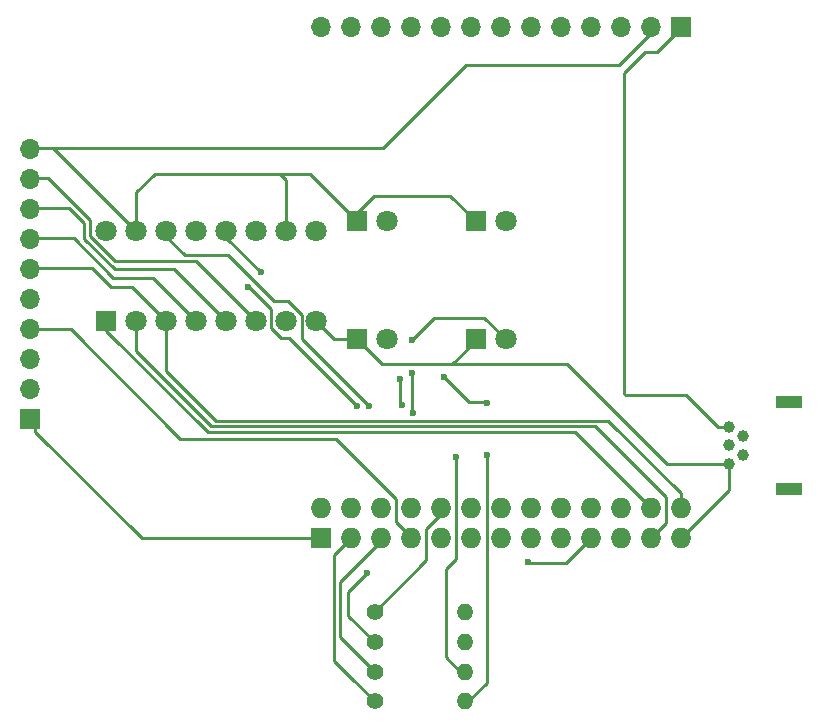
<source format=gbl>
G04 #@! TF.FileFunction,Copper,L2,Bot,Signal*
%FSLAX46Y46*%
G04 Gerber Fmt 4.6, Leading zero omitted, Abs format (unit mm)*
G04 Created by KiCad (PCBNEW 4.0.5-e0-6337~49~ubuntu16.04.1) date Wed Jan 25 22:29:53 2017*
%MOMM*%
%LPD*%
G01*
G04 APERTURE LIST*
%ADD10C,0.100000*%
%ADD11R,1.727200X1.727200*%
%ADD12O,1.727200X1.727200*%
%ADD13R,1.800000X1.800000*%
%ADD14C,1.800000*%
%ADD15C,1.400000*%
%ADD16O,1.400000X1.400000*%
%ADD17R,2.200000X1.000000*%
%ADD18C,1.000000*%
%ADD19R,1.700000X1.700000*%
%ADD20O,1.700000X1.700000*%
%ADD21C,0.600000*%
%ADD22C,0.250000*%
G04 APERTURE END LIST*
D10*
D11*
X150456900Y-117221000D03*
D12*
X150456900Y-114681000D03*
X152996900Y-117221000D03*
X152996900Y-114681000D03*
X155536900Y-117221000D03*
X155536900Y-114681000D03*
X158076900Y-117221000D03*
X158076900Y-114681000D03*
X160616900Y-117221000D03*
X160616900Y-114681000D03*
X163156900Y-117221000D03*
X163156900Y-114681000D03*
X165696900Y-117221000D03*
X165696900Y-114681000D03*
X168236900Y-117221000D03*
X168236900Y-114681000D03*
X170776900Y-117221000D03*
X170776900Y-114681000D03*
X173316900Y-117221000D03*
X173316900Y-114681000D03*
X175856900Y-117221000D03*
X175856900Y-114681000D03*
X178396900Y-117221000D03*
X178396900Y-114681000D03*
X180936900Y-117221000D03*
X180936900Y-114681000D03*
D13*
X132300000Y-98880000D03*
D14*
X134840000Y-98880000D03*
X139920000Y-98880000D03*
X142460000Y-98880000D03*
X145000000Y-98880000D03*
X147540000Y-98880000D03*
X150080000Y-98880000D03*
X150080000Y-91260000D03*
X147540000Y-91260000D03*
X145000000Y-91260000D03*
X142460000Y-91260000D03*
X139920000Y-91260000D03*
X137380000Y-91260000D03*
X134840000Y-91260000D03*
X132300000Y-91260000D03*
X137380000Y-98880000D03*
D15*
X155001200Y-123447200D03*
D16*
X162621200Y-123447200D03*
D15*
X155001200Y-126047200D03*
D16*
X162621200Y-126047200D03*
D15*
X155001200Y-131047200D03*
D16*
X162621200Y-131047200D03*
D15*
X155001200Y-128547200D03*
D16*
X162621200Y-128547200D03*
D17*
X190082800Y-113022400D03*
D18*
X185032800Y-107772400D03*
X186232800Y-108572400D03*
X185032800Y-109372400D03*
X186232800Y-110172400D03*
X185032800Y-110972400D03*
D17*
X190082800Y-105722400D03*
D13*
X153543200Y-90390000D03*
D14*
X156083200Y-90390000D03*
D13*
X163543200Y-90390000D03*
D14*
X166083200Y-90390000D03*
D13*
X163543200Y-100390000D03*
D14*
X166083200Y-100390000D03*
D13*
X153543200Y-100390000D03*
D14*
X156083200Y-100390000D03*
D19*
X125790000Y-107170000D03*
D20*
X125790000Y-104630000D03*
X125790000Y-102090000D03*
X125790000Y-99550000D03*
X125790000Y-97010000D03*
X125790000Y-94470000D03*
X125790000Y-91930000D03*
X125790000Y-89390000D03*
X125790000Y-86850000D03*
X125790000Y-84310000D03*
D19*
X180940000Y-73970000D03*
D20*
X178400000Y-73970000D03*
X175860000Y-73970000D03*
X173320000Y-73970000D03*
X170780000Y-73970000D03*
X168240000Y-73970000D03*
X165700000Y-73970000D03*
X163160000Y-73970000D03*
X160620000Y-73970000D03*
X158080000Y-73970000D03*
X155540000Y-73970000D03*
X153000000Y-73970000D03*
X150460000Y-73970000D03*
D21*
X167990000Y-119220000D03*
X153490000Y-106070000D03*
X144240000Y-95920000D03*
X145340000Y-94670000D03*
X154540000Y-106070000D03*
X164490000Y-105770000D03*
X160840000Y-103570000D03*
X154390000Y-120170000D03*
X161890000Y-110320000D03*
X158240000Y-106620000D03*
X158190000Y-103270000D03*
X158140000Y-100420000D03*
X164490000Y-110170000D03*
X157290000Y-105920000D03*
X157140000Y-103720000D03*
D22*
X185032800Y-110972400D02*
X179792400Y-110972400D01*
X171290000Y-102470000D02*
X161590000Y-102470000D01*
X179792400Y-110972400D02*
X171290000Y-102470000D01*
X153543200Y-100390000D02*
X151590000Y-100390000D01*
X151590000Y-100390000D02*
X150080000Y-98880000D01*
X163543200Y-100390000D02*
X163543200Y-100516800D01*
X163543200Y-100516800D02*
X161590000Y-102470000D01*
X155623200Y-102470000D02*
X153543200Y-100390000D01*
X161590000Y-102470000D02*
X155623200Y-102470000D01*
X153543200Y-90390000D02*
X153543200Y-89716800D01*
X153543200Y-89716800D02*
X154990000Y-88270000D01*
X161423200Y-88270000D02*
X163543200Y-90390000D01*
X154990000Y-88270000D02*
X161423200Y-88270000D01*
X147540000Y-91260000D02*
X147540000Y-86920000D01*
X147540000Y-86920000D02*
X146990000Y-86370000D01*
X134840000Y-91260000D02*
X134840000Y-87920000D01*
X149523200Y-86370000D02*
X153543200Y-90390000D01*
X136390000Y-86370000D02*
X146990000Y-86370000D01*
X146990000Y-86370000D02*
X149523200Y-86370000D01*
X134840000Y-87920000D02*
X136390000Y-86370000D01*
X127755600Y-84175600D02*
X134840000Y-91260000D01*
X185032800Y-110972400D02*
X185032800Y-113125100D01*
X185032800Y-113125100D02*
X180936900Y-117221000D01*
X126288800Y-84175600D02*
X127755600Y-84175600D01*
X155752800Y-84175600D02*
X126288800Y-84175600D01*
X162763200Y-77165200D02*
X155752800Y-84175600D01*
X175666400Y-77165200D02*
X162763200Y-77165200D01*
X178396900Y-74053700D02*
X178396900Y-74434700D01*
X178396900Y-74434700D02*
X175666400Y-77165200D01*
X126288800Y-107668800D02*
X126288800Y-108204000D01*
X126288800Y-108204000D02*
X135305800Y-117221000D01*
X135305800Y-117221000D02*
X150456900Y-117221000D01*
X126288800Y-107668800D02*
X125790000Y-107170000D01*
X150456900Y-117221000D02*
X150291800Y-117221000D01*
X158076900Y-117221000D02*
X158076900Y-117156900D01*
X158076900Y-117156900D02*
X156790000Y-115870000D01*
X129270000Y-99550000D02*
X125790000Y-99550000D01*
X138540000Y-108820000D02*
X129270000Y-99550000D01*
X151739998Y-108820000D02*
X138540000Y-108820000D01*
X156790000Y-113870002D02*
X151739998Y-108820000D01*
X156790000Y-115870000D02*
X156790000Y-113870002D01*
X171217900Y-119320000D02*
X173316900Y-117221000D01*
X168090000Y-119320000D02*
X171217900Y-119320000D01*
X167990000Y-119220000D02*
X168090000Y-119320000D01*
X153490000Y-106070000D02*
X147740000Y-100320000D01*
X147740000Y-100320000D02*
X147090000Y-100320000D01*
X147090000Y-100320000D02*
X146240000Y-99470000D01*
X146240000Y-99470000D02*
X146240000Y-97820000D01*
X146240000Y-97820000D02*
X144340000Y-95920000D01*
X144340000Y-95920000D02*
X144240000Y-95920000D01*
X145340000Y-94670000D02*
X142460000Y-91790000D01*
X142460000Y-91790000D02*
X142460000Y-91260000D01*
X137380000Y-91260000D02*
X137380000Y-91710000D01*
X137380000Y-91710000D02*
X138940000Y-93270000D01*
X148840000Y-100370000D02*
X154540000Y-106070000D01*
X148840000Y-98320000D02*
X148840000Y-100370000D01*
X147640000Y-97120000D02*
X148840000Y-98320000D01*
X146440000Y-97120000D02*
X147640000Y-97120000D01*
X142590000Y-93270000D02*
X146440000Y-97120000D01*
X138940000Y-93270000D02*
X142590000Y-93270000D01*
X126288800Y-86715600D02*
X127335600Y-86715600D01*
X127335600Y-86715600D02*
X130890000Y-90270000D01*
X130890000Y-90270000D02*
X130890000Y-91670000D01*
X130890000Y-91670000D02*
X132990000Y-93770000D01*
X132990000Y-93770000D02*
X139890000Y-93770000D01*
X139890000Y-93770000D02*
X145000000Y-98880000D01*
X126288800Y-89255600D02*
X129125598Y-89255600D01*
X129125598Y-89255600D02*
X130390000Y-90520002D01*
X130390000Y-90520002D02*
X130390000Y-91870000D01*
X130390000Y-91870000D02*
X132990000Y-94470000D01*
X132990000Y-94470000D02*
X138050000Y-94470000D01*
X138050000Y-94470000D02*
X142460000Y-98880000D01*
X126288800Y-91795600D02*
X129515600Y-91795600D01*
X129515600Y-91795600D02*
X132890000Y-95170000D01*
X132890000Y-95170000D02*
X136210000Y-95170000D01*
X136210000Y-95170000D02*
X139920000Y-98880000D01*
X126288800Y-94335600D02*
X131055600Y-94335600D01*
X131055600Y-94335600D02*
X132690000Y-95970000D01*
X132690000Y-95970000D02*
X134470000Y-95970000D01*
X137380000Y-98880000D02*
X137380000Y-103060000D01*
X180936900Y-113416900D02*
X180936900Y-114681000D01*
X174790000Y-107270000D02*
X180936900Y-113416900D01*
X141590000Y-107270000D02*
X174790000Y-107270000D01*
X137380000Y-103060000D02*
X141590000Y-107270000D01*
X134470000Y-95970000D02*
X137380000Y-98880000D01*
X164490000Y-105770000D02*
X164440000Y-105720000D01*
X164440000Y-105720000D02*
X162990000Y-105720000D01*
X162990000Y-105720000D02*
X160840000Y-103570000D01*
X134840000Y-98880000D02*
X134840000Y-101420000D01*
X179690000Y-115927900D02*
X178396900Y-117221000D01*
X179690000Y-113770000D02*
X179690000Y-115927900D01*
X173690000Y-107770000D02*
X179690000Y-113770000D01*
X141190000Y-107770000D02*
X173690000Y-107770000D01*
X134840000Y-101420000D02*
X141190000Y-107770000D01*
X132300000Y-98880000D02*
X132300000Y-99680000D01*
X132300000Y-99680000D02*
X140890000Y-108270000D01*
X140890000Y-108270000D02*
X171985900Y-108270000D01*
X171985900Y-108270000D02*
X178396900Y-114681000D01*
X185032800Y-107772400D02*
X184092400Y-107772400D01*
X178920600Y-76070000D02*
X180936900Y-74053700D01*
X177890000Y-76070000D02*
X178920600Y-76070000D01*
X176090000Y-77870000D02*
X177890000Y-76070000D01*
X176090000Y-104970000D02*
X176090000Y-77870000D01*
X176190000Y-105070000D02*
X176090000Y-104970000D01*
X181390000Y-105070000D02*
X176190000Y-105070000D01*
X184092400Y-107772400D02*
X181390000Y-105070000D01*
X153590000Y-119420000D02*
X153590000Y-119420002D01*
X155001200Y-128547200D02*
X152040002Y-125586002D01*
X153590000Y-119420000D02*
X155536900Y-117473100D01*
X152040002Y-120970000D02*
X152040002Y-125586002D01*
X153590000Y-119420002D02*
X152040002Y-120970000D01*
X155536900Y-117221000D02*
X155536900Y-117473100D01*
X154390000Y-120170000D02*
X152740000Y-121820000D01*
X152740000Y-121820000D02*
X152740000Y-123786000D01*
X152740000Y-123786000D02*
X155001200Y-126047200D01*
X157416500Y-114528600D02*
X157331400Y-114528600D01*
X152996900Y-129042900D02*
X152996900Y-129026900D01*
X155001200Y-131047200D02*
X152996900Y-129042900D01*
X151590000Y-118627900D02*
X152996900Y-117221000D01*
X151590000Y-127620000D02*
X151590000Y-118627900D01*
X152996900Y-129026900D02*
X151590000Y-127620000D01*
X160616900Y-114681000D02*
X160616900Y-115143100D01*
X160616900Y-115143100D02*
X159340000Y-116420000D01*
X159340000Y-116420000D02*
X159340000Y-119108400D01*
X159340000Y-119108400D02*
X155001200Y-123447200D01*
X167576500Y-114528600D02*
X167576500Y-114773700D01*
X162621200Y-128547200D02*
X162267200Y-128547200D01*
X162267200Y-128547200D02*
X161040000Y-127320000D01*
X161040000Y-127320000D02*
X161040000Y-119870000D01*
X161040000Y-119870000D02*
X161890000Y-119020000D01*
X161890000Y-119020000D02*
X161890000Y-110320000D01*
X158240000Y-106620000D02*
X158190000Y-106570000D01*
X158190000Y-106570000D02*
X158190000Y-103270000D01*
X158140000Y-100420000D02*
X159990000Y-98570000D01*
X159990000Y-98570000D02*
X164263200Y-98570000D01*
X164263200Y-98570000D02*
X166083200Y-100390000D01*
X162621200Y-131047200D02*
X162912800Y-131047200D01*
X162912800Y-131047200D02*
X164490000Y-129470000D01*
X164490000Y-129470000D02*
X164490000Y-110170000D01*
X157290000Y-105920000D02*
X157140000Y-105770000D01*
X157140000Y-105770000D02*
X157140000Y-103720000D01*
M02*

</source>
